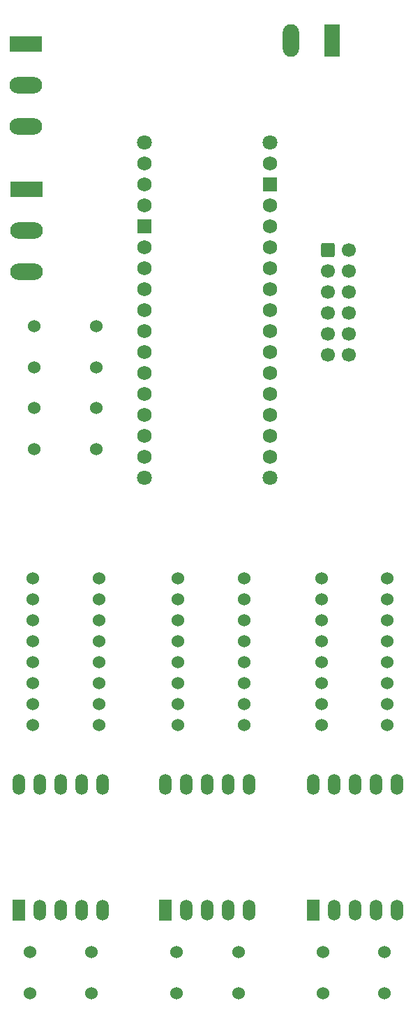
<source format=gbr>
%TF.GenerationSoftware,KiCad,Pcbnew,7.0.10-7.0.10~ubuntu22.04.1*%
%TF.CreationDate,2024-02-07T13:24:06-05:00*%
%TF.ProjectId,CapController,43617043-6f6e-4747-926f-6c6c65722e6b,rev?*%
%TF.SameCoordinates,Original*%
%TF.FileFunction,Soldermask,Bot*%
%TF.FilePolarity,Negative*%
%FSLAX46Y46*%
G04 Gerber Fmt 4.6, Leading zero omitted, Abs format (unit mm)*
G04 Created by KiCad (PCBNEW 7.0.10-7.0.10~ubuntu22.04.1) date 2024-02-07 13:24:06*
%MOMM*%
%LPD*%
G01*
G04 APERTURE LIST*
G04 Aperture macros list*
%AMRoundRect*
0 Rectangle with rounded corners*
0 $1 Rounding radius*
0 $2 $3 $4 $5 $6 $7 $8 $9 X,Y pos of 4 corners*
0 Add a 4 corners polygon primitive as box body*
4,1,4,$2,$3,$4,$5,$6,$7,$8,$9,$2,$3,0*
0 Add four circle primitives for the rounded corners*
1,1,$1+$1,$2,$3*
1,1,$1+$1,$4,$5*
1,1,$1+$1,$6,$7*
1,1,$1+$1,$8,$9*
0 Add four rect primitives between the rounded corners*
20,1,$1+$1,$2,$3,$4,$5,0*
20,1,$1+$1,$4,$5,$6,$7,0*
20,1,$1+$1,$6,$7,$8,$9,0*
20,1,$1+$1,$8,$9,$2,$3,0*%
G04 Aperture macros list end*
%ADD10R,3.960000X1.980000*%
%ADD11O,3.960000X1.980000*%
%ADD12R,1.980000X3.960000*%
%ADD13O,1.980000X3.960000*%
%ADD14C,1.524000*%
%ADD15R,1.524000X2.524000*%
%ADD16O,1.524000X2.524000*%
%ADD17C,1.800000*%
%ADD18C,1.727200*%
%ADD19R,1.727200X1.727200*%
%ADD20RoundRect,0.250000X-0.600000X-0.600000X0.600000X-0.600000X0.600000X0.600000X-0.600000X0.600000X0*%
%ADD21C,1.700000*%
G04 APERTURE END LIST*
D10*
%TO.C,Wheel_Pot1*%
X183770000Y-51000000D03*
D11*
X183770000Y-56000000D03*
X183770000Y-61000000D03*
%TD*%
D12*
%TO.C,Power_Terminal1*%
X220900000Y-33020000D03*
D13*
X215900000Y-33020000D03*
%TD*%
D14*
%TO.C,SW_Stop_Reset1*%
X192250000Y-72630000D03*
X192250000Y-67630000D03*
X184750000Y-67630000D03*
X184750000Y-72630000D03*
%TD*%
%TO.C,SW_Car2*%
X202010000Y-143500000D03*
X202010000Y-148500000D03*
X209510000Y-148500000D03*
X209510000Y-143500000D03*
%TD*%
%TO.C,SW_Car1*%
X184190000Y-143500000D03*
X184190000Y-148500000D03*
X191690000Y-148500000D03*
X191690000Y-143500000D03*
%TD*%
D15*
%TO.C,7_Seg_Dis_3*%
X218590000Y-138410000D03*
D16*
X221130000Y-138410000D03*
X223670000Y-138410000D03*
X226210000Y-138410000D03*
X228750000Y-138410000D03*
X228750000Y-123170000D03*
X226210000Y-123170000D03*
X223670000Y-123170000D03*
X221130000Y-123170000D03*
X218590000Y-123170000D03*
%TD*%
D14*
%TO.C,SW_Start1*%
X192250000Y-82500000D03*
X192250000Y-77500000D03*
X184750000Y-77500000D03*
X184750000Y-82500000D03*
%TD*%
D10*
%TO.C,Trigger_Pot1*%
X183760000Y-33455000D03*
D11*
X183760000Y-38455000D03*
X183760000Y-43455000D03*
%TD*%
D17*
%TO.C,Nano_33_IoT1*%
X198120000Y-45410000D03*
X198120000Y-86050000D03*
X213360000Y-45410000D03*
X213360000Y-86050000D03*
D18*
X213360000Y-80970000D03*
X213360000Y-55570000D03*
X213360000Y-75890000D03*
X213360000Y-73350000D03*
X213360000Y-70810000D03*
X213360000Y-68270000D03*
X213360000Y-65730000D03*
X213360000Y-63190000D03*
X213360000Y-60650000D03*
X213360000Y-58110000D03*
X213360000Y-78430000D03*
X198120000Y-50490000D03*
X198120000Y-47950000D03*
X198120000Y-58110000D03*
X198120000Y-60650000D03*
X198120000Y-63190000D03*
X198120000Y-65730000D03*
X198120000Y-68270000D03*
X198120000Y-70810000D03*
X198120000Y-73350000D03*
X198120000Y-75890000D03*
X198120000Y-78430000D03*
X198120000Y-80970000D03*
X198120000Y-83510000D03*
X213360000Y-83510000D03*
D19*
X198120000Y-55570000D03*
X213360000Y-50490000D03*
D18*
X198120000Y-53030000D03*
X213360000Y-53030000D03*
X213360000Y-47950000D03*
%TD*%
D14*
%TO.C,Shift_Reg_1*%
X192600000Y-116010000D03*
X192600000Y-113470000D03*
X192600000Y-110930000D03*
X192600000Y-108390000D03*
X192600000Y-105850000D03*
X192600000Y-103310000D03*
X192600000Y-100770000D03*
X192600000Y-98230000D03*
X184600000Y-98230000D03*
X184600000Y-100770000D03*
X184600000Y-103310000D03*
X184600000Y-105850000D03*
X184600000Y-108390000D03*
X184600000Y-110930000D03*
X184600000Y-113470000D03*
X184600000Y-116010000D03*
%TD*%
D15*
%TO.C,7_Seg_Dis_2*%
X200660000Y-138410000D03*
D16*
X203200000Y-138410000D03*
X205740000Y-138410000D03*
X208280000Y-138410000D03*
X210820000Y-138410000D03*
X210820000Y-123170000D03*
X208280000Y-123170000D03*
X205740000Y-123170000D03*
X203200000Y-123170000D03*
X200660000Y-123170000D03*
%TD*%
D14*
%TO.C,Shift_Reg_2*%
X210200000Y-116010000D03*
X210200000Y-113470000D03*
X210200000Y-110930000D03*
X210200000Y-108390000D03*
X210200000Y-105850000D03*
X210200000Y-103310000D03*
X210200000Y-100770000D03*
X210200000Y-98230000D03*
X202200000Y-98230000D03*
X202200000Y-100770000D03*
X202200000Y-103310000D03*
X202200000Y-105850000D03*
X202200000Y-108390000D03*
X202200000Y-110930000D03*
X202200000Y-113470000D03*
X202200000Y-116010000D03*
%TD*%
D15*
%TO.C,7_Seg_Dis_1*%
X182880000Y-138410000D03*
D16*
X185420000Y-138410000D03*
X187960000Y-138410000D03*
X190500000Y-138410000D03*
X193040000Y-138410000D03*
X193040000Y-123170000D03*
X190500000Y-123170000D03*
X187960000Y-123170000D03*
X185420000Y-123170000D03*
X182880000Y-123170000D03*
%TD*%
D14*
%TO.C,SW_Car3*%
X219750000Y-143500000D03*
X219750000Y-148500000D03*
X227250000Y-148500000D03*
X227250000Y-143500000D03*
%TD*%
%TO.C,Shift_Reg_3*%
X227600000Y-116010000D03*
X227600000Y-113470000D03*
X227600000Y-110930000D03*
X227600000Y-108390000D03*
X227600000Y-105850000D03*
X227600000Y-103310000D03*
X227600000Y-100770000D03*
X227600000Y-98230000D03*
X219600000Y-98230000D03*
X219600000Y-100770000D03*
X219600000Y-103310000D03*
X219600000Y-105850000D03*
X219600000Y-108390000D03*
X219600000Y-110930000D03*
X219600000Y-113470000D03*
X219600000Y-116010000D03*
%TD*%
D20*
%TO.C,PMOD_Connector1*%
X220362500Y-58440000D03*
D21*
X222902500Y-58440000D03*
X220362500Y-60980000D03*
X222902500Y-60980000D03*
X220362500Y-63520000D03*
X222902500Y-63520000D03*
X220362500Y-66060000D03*
X222902500Y-66060000D03*
X220362500Y-68600000D03*
X222902500Y-68600000D03*
X220362500Y-71140000D03*
X222902500Y-71140000D03*
%TD*%
M02*

</source>
